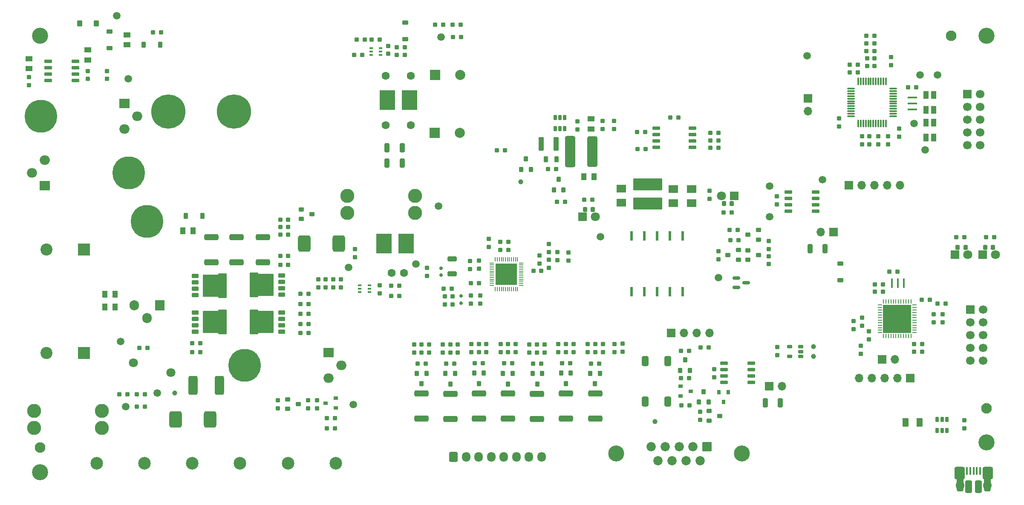
<source format=gts>
G04 #@! TF.GenerationSoftware,KiCad,Pcbnew,8.0.8*
G04 #@! TF.CreationDate,2025-02-25T18:25:39+01:00*
G04 #@! TF.ProjectId,EPS,4550532e-6b69-4636-9164-5f7063625858,rev?*
G04 #@! TF.SameCoordinates,Original*
G04 #@! TF.FileFunction,Soldermask,Top*
G04 #@! TF.FilePolarity,Negative*
%FSLAX46Y46*%
G04 Gerber Fmt 4.6, Leading zero omitted, Abs format (unit mm)*
G04 Created by KiCad (PCBNEW 8.0.8) date 2025-02-25 18:25:39*
%MOMM*%
%LPD*%
G01*
G04 APERTURE LIST*
G04 Aperture macros list*
%AMRoundRect*
0 Rectangle with rounded corners*
0 $1 Rounding radius*
0 $2 $3 $4 $5 $6 $7 $8 $9 X,Y pos of 4 corners*
0 Add a 4 corners polygon primitive as box body*
4,1,4,$2,$3,$4,$5,$6,$7,$8,$9,$2,$3,0*
0 Add four circle primitives for the rounded corners*
1,1,$1+$1,$2,$3*
1,1,$1+$1,$4,$5*
1,1,$1+$1,$6,$7*
1,1,$1+$1,$8,$9*
0 Add four rect primitives between the rounded corners*
20,1,$1+$1,$2,$3,$4,$5,0*
20,1,$1+$1,$4,$5,$6,$7,0*
20,1,$1+$1,$6,$7,$8,$9,0*
20,1,$1+$1,$8,$9,$2,$3,0*%
G04 Aperture macros list end*
%ADD10RoundRect,0.160000X0.240000X0.290000X-0.240000X0.290000X-0.240000X-0.290000X0.240000X-0.290000X0*%
%ADD11R,0.609600X1.981200*%
%ADD12RoundRect,0.160000X-0.240000X-0.290000X0.240000X-0.290000X0.240000X0.290000X-0.240000X0.290000X0*%
%ADD13RoundRect,0.225000X-0.375000X0.225000X-0.375000X-0.225000X0.375000X-0.225000X0.375000X0.225000X0*%
%ADD14RoundRect,0.240000X1.160000X-0.360000X1.160000X0.360000X-1.160000X0.360000X-1.160000X-0.360000X0*%
%ADD15RoundRect,0.180000X-0.270000X0.320000X-0.270000X-0.320000X0.270000X-0.320000X0.270000X0.320000X0*%
%ADD16RoundRect,0.160000X-0.290000X0.240000X-0.290000X-0.240000X0.290000X-0.240000X0.290000X0.240000X0*%
%ADD17RoundRect,0.220000X-0.480000X0.330000X-0.480000X-0.330000X0.480000X-0.330000X0.480000X0.330000X0*%
%ADD18C,1.500000*%
%ADD19RoundRect,0.102000X2.750000X-1.075000X2.750000X1.075000X-2.750000X1.075000X-2.750000X-1.075000X0*%
%ADD20RoundRect,0.160000X0.290000X-0.240000X0.290000X0.240000X-0.290000X0.240000X-0.290000X-0.240000X0*%
%ADD21RoundRect,0.120000X-0.680000X-0.180000X0.680000X-0.180000X0.680000X0.180000X-0.680000X0.180000X0*%
%ADD22RoundRect,0.080000X-0.870000X0.120000X-0.870000X-0.120000X0.870000X-0.120000X0.870000X0.120000X0*%
%ADD23RoundRect,0.180000X-0.320000X-0.270000X0.320000X-0.270000X0.320000X0.270000X-0.320000X0.270000X0*%
%ADD24R,1.100000X1.500000*%
%ADD25C,1.000000*%
%ADD26RoundRect,0.075000X-0.575000X0.350000X-0.575000X-0.350000X0.575000X-0.350000X0.575000X0.350000X0*%
%ADD27RoundRect,0.075000X-1.550000X2.100000X-1.550000X-2.100000X1.550000X-2.100000X1.550000X2.100000X0*%
%ADD28RoundRect,0.075000X-0.775000X2.350000X-0.775000X-2.350000X0.775000X-2.350000X0.775000X2.350000X0*%
%ADD29R,4.300000X4.300000*%
%ADD30RoundRect,0.050000X0.350000X-0.050000X0.350000X0.050000X-0.350000X0.050000X-0.350000X-0.050000X0*%
%ADD31RoundRect,0.050000X0.050000X-0.350000X0.050000X0.350000X-0.050000X0.350000X-0.050000X-0.350000X0*%
%ADD32RoundRect,0.075000X0.575000X-0.350000X0.575000X0.350000X-0.575000X0.350000X-0.575000X-0.350000X0*%
%ADD33RoundRect,0.075000X1.550000X-2.100000X1.550000X2.100000X-1.550000X2.100000X-1.550000X-2.100000X0*%
%ADD34RoundRect,0.075000X0.775000X-2.350000X0.775000X2.350000X-0.775000X2.350000X-0.775000X-2.350000X0*%
%ADD35RoundRect,0.180000X0.270000X-0.320000X0.270000X0.320000X-0.270000X0.320000X-0.270000X-0.320000X0*%
%ADD36C,2.100000*%
%ADD37R,1.700000X1.700000*%
%ADD38O,1.700000X1.700000*%
%ADD39RoundRect,0.180000X0.320000X0.270000X-0.320000X0.270000X-0.320000X-0.270000X0.320000X-0.270000X0*%
%ADD40C,6.800000*%
%ADD41RoundRect,0.075000X0.662500X0.075000X-0.662500X0.075000X-0.662500X-0.075000X0.662500X-0.075000X0*%
%ADD42RoundRect,0.075000X0.075000X0.662500X-0.075000X0.662500X-0.075000X-0.662500X0.075000X-0.662500X0*%
%ADD43C,3.200000*%
%ADD44C,2.800000*%
%ADD45C,1.800000*%
%ADD46RoundRect,0.218750X-0.218750X-0.256250X0.218750X-0.256250X0.218750X0.256250X-0.218750X0.256250X0*%
%ADD47R,1.800000X1.800000*%
%ADD48RoundRect,0.100000X0.225000X0.100000X-0.225000X0.100000X-0.225000X-0.100000X0.225000X-0.100000X0*%
%ADD49RoundRect,0.080000X-0.120000X-0.870000X0.120000X-0.870000X0.120000X0.870000X-0.120000X0.870000X0*%
%ADD50C,2.500000*%
%ADD51RoundRect,0.420000X-0.630000X-2.680000X0.630000X-2.680000X0.630000X2.680000X-0.630000X2.680000X0*%
%ADD52RoundRect,0.420000X-0.630000X-2.630000X0.630000X-2.630000X0.630000X2.630000X-0.630000X2.630000X0*%
%ADD53O,2.000000X1.905000*%
%ADD54R,2.000000X1.905000*%
%ADD55O,6.500000X6.500000*%
%ADD56R,1.949996X1.605597*%
%ADD57RoundRect,0.130000X-0.195000X0.420000X-0.195000X-0.420000X0.195000X-0.420000X0.195000X0.420000X0*%
%ADD58C,1.600000*%
%ADD59RoundRect,0.240000X-1.160000X0.360000X-1.160000X-0.360000X1.160000X-0.360000X1.160000X0.360000X0*%
%ADD60RoundRect,0.225000X0.225000X0.375000X-0.225000X0.375000X-0.225000X-0.375000X0.225000X-0.375000X0*%
%ADD61C,2.400000*%
%ADD62R,2.400000X2.400000*%
%ADD63RoundRect,0.150000X-0.650000X-0.150000X0.650000X-0.150000X0.650000X0.150000X-0.650000X0.150000X0*%
%ADD64RoundRect,0.260000X-0.390000X0.740000X-0.390000X-0.740000X0.390000X-0.740000X0.390000X0.740000X0*%
%ADD65RoundRect,0.130000X0.420000X0.195000X-0.420000X0.195000X-0.420000X-0.195000X0.420000X-0.195000X0*%
%ADD66RoundRect,0.218750X-0.218750X-0.381250X0.218750X-0.381250X0.218750X0.381250X-0.218750X0.381250X0*%
%ADD67RoundRect,0.220000X0.480000X-0.330000X0.480000X0.330000X-0.480000X0.330000X-0.480000X-0.330000X0*%
%ADD68R,5.600000X5.600000*%
%ADD69RoundRect,0.062500X-0.375000X0.062500X-0.375000X-0.062500X0.375000X-0.062500X0.375000X0.062500X0*%
%ADD70RoundRect,0.062500X-0.062500X0.375000X-0.062500X-0.375000X0.062500X-0.375000X0.062500X0.375000X0*%
%ADD71RoundRect,0.250000X0.375000X0.625000X-0.375000X0.625000X-0.375000X-0.625000X0.375000X-0.625000X0*%
%ADD72R,3.100000X4.000000*%
%ADD73O,1.905000X2.000000*%
%ADD74R,1.905000X2.000000*%
%ADD75RoundRect,0.100000X-0.225000X-0.100000X0.225000X-0.100000X0.225000X0.100000X-0.225000X0.100000X0*%
%ADD76R,0.900000X0.800000*%
%ADD77RoundRect,0.150000X-0.587500X-0.150000X0.587500X-0.150000X0.587500X0.150000X-0.587500X0.150000X0*%
%ADD78C,1.700000*%
%ADD79RoundRect,0.200000X0.300000X0.700000X-0.300000X0.700000X-0.300000X-0.700000X0.300000X-0.700000X0*%
%ADD80RoundRect,0.220000X0.330000X0.480000X-0.330000X0.480000X-0.330000X-0.480000X0.330000X-0.480000X0*%
%ADD81RoundRect,0.360000X0.540000X1.540000X-0.540000X1.540000X-0.540000X-1.540000X0.540000X-1.540000X0*%
%ADD82RoundRect,0.200000X-0.300000X-0.700000X0.300000X-0.700000X0.300000X0.700000X-0.300000X0.700000X0*%
%ADD83RoundRect,0.218750X0.218750X0.256250X-0.218750X0.256250X-0.218750X-0.256250X0.218750X-0.256250X0*%
%ADD84RoundRect,0.250000X-0.600000X-0.725000X0.600000X-0.725000X0.600000X0.725000X-0.600000X0.725000X0*%
%ADD85O,1.700000X1.950000*%
%ADD86C,3.180000*%
%ADD87RoundRect,0.102000X-0.817500X-0.817500X0.817500X-0.817500X0.817500X0.817500X-0.817500X0.817500X0*%
%ADD88C,1.839000*%
%ADD89R,0.400000X1.650000*%
%ADD90RoundRect,0.420000X-0.630000X-0.830000X0.630000X-0.830000X0.630000X0.830000X-0.630000X0.830000X0*%
%ADD91O,1.800000X1.800000*%
%ADD92RoundRect,0.260000X0.390000X-1.265000X0.390000X1.265000X-0.390000X1.265000X-0.390000X-1.265000X0*%
%ADD93C,1.100000*%
%ADD94RoundRect,0.357500X0.357500X-0.892500X0.357500X0.892500X-0.357500X0.892500X-0.357500X-0.892500X0*%
%ADD95RoundRect,0.200000X0.300000X0.400000X-0.300000X0.400000X-0.300000X-0.400000X0.300000X-0.400000X0*%
%ADD96RoundRect,0.225000X0.375000X-0.225000X0.375000X0.225000X-0.375000X0.225000X-0.375000X-0.225000X0*%
%ADD97RoundRect,0.225000X-0.225000X-0.375000X0.225000X-0.375000X0.225000X0.375000X-0.225000X0.375000X0*%
%ADD98RoundRect,0.500000X0.750000X-1.150000X0.750000X1.150000X-0.750000X1.150000X-0.750000X-1.150000X0*%
%ADD99RoundRect,0.130000X0.195000X-0.420000X0.195000X0.420000X-0.195000X0.420000X-0.195000X-0.420000X0*%
%ADD100R,0.800000X0.900000*%
%ADD101RoundRect,0.150000X-0.200000X0.150000X-0.200000X-0.150000X0.200000X-0.150000X0.200000X0.150000X0*%
%ADD102R,2.000000X2.000000*%
%ADD103C,2.000000*%
%ADD104RoundRect,0.220000X-0.330000X-0.480000X0.330000X-0.480000X0.330000X0.480000X-0.330000X0.480000X0*%
%ADD105RoundRect,0.220000X0.330000X1.130000X-0.330000X1.130000X-0.330000X-1.130000X0.330000X-1.130000X0*%
%ADD106RoundRect,0.200000X0.700000X-0.300000X0.700000X0.300000X-0.700000X0.300000X-0.700000X-0.300000X0*%
G04 APERTURE END LIST*
D10*
X112250000Y-103150000D03*
X113850000Y-103150000D03*
D11*
X170160000Y-102325000D03*
X167620000Y-102325000D03*
X165080000Y-102325000D03*
X162540000Y-102325000D03*
X160000000Y-102325000D03*
X160000000Y-91250600D03*
X162540000Y-91250600D03*
X165080000Y-91250600D03*
X167620000Y-91250600D03*
X170160000Y-91250600D03*
D12*
X153550000Y-116625000D03*
X151950000Y-116625000D03*
X63815280Y-113510000D03*
X62215280Y-113510000D03*
D13*
X201480000Y-100040000D03*
X201480000Y-96740000D03*
D14*
X118300000Y-122610000D03*
X118300000Y-127610000D03*
D15*
X118300000Y-120660000D03*
X117350000Y-118560000D03*
X119250000Y-118560000D03*
D16*
X141725000Y-96725000D03*
X141725000Y-95125000D03*
D17*
X59750000Y-53250000D03*
X59750000Y-51250000D03*
D10*
X117500000Y-116610000D03*
X119100000Y-116610000D03*
D18*
X177250000Y-99575000D03*
D10*
X230490000Y-91500000D03*
X232090000Y-91500000D03*
D19*
X163225000Y-81000000D03*
X163225000Y-84850000D03*
D20*
X188870000Y-83370000D03*
X188870000Y-84970000D03*
D10*
X146810000Y-84500000D03*
X145210000Y-84500000D03*
D21*
X191180000Y-82515000D03*
X191180000Y-83785000D03*
X191180000Y-85055000D03*
X191180000Y-86325000D03*
X196580000Y-86325000D03*
X196580000Y-85055000D03*
X196580000Y-83785000D03*
X196580000Y-82515000D03*
D22*
X215790000Y-63710000D03*
X215790000Y-64910000D03*
X215790000Y-66110000D03*
D12*
X177300000Y-70750000D03*
X175700000Y-70750000D03*
D10*
X216150000Y-114275000D03*
X217750000Y-114275000D03*
D20*
X119400000Y-97620000D03*
X119400000Y-99220000D03*
X89750000Y-123900000D03*
X89750000Y-125500000D03*
D18*
X60000000Y-60000000D03*
X217290000Y-59210000D03*
D12*
X179920000Y-86635000D03*
X178320000Y-86635000D03*
D16*
X131650000Y-93470000D03*
X131650000Y-91870000D03*
D20*
X206790000Y-55910000D03*
X206790000Y-57510000D03*
D23*
X91700000Y-123750000D03*
X91700000Y-125650000D03*
X93800000Y-124700000D03*
D24*
X220040000Y-71710000D03*
X220040000Y-68710000D03*
X218540000Y-68710000D03*
X218540000Y-71710000D03*
D25*
X196180000Y-113250000D03*
D20*
X127950000Y-96225000D03*
X127950000Y-97825000D03*
X135475000Y-112785000D03*
X135475000Y-114385000D03*
X152800000Y-112750000D03*
X152800000Y-114350000D03*
D15*
X135425000Y-120685000D03*
X134475000Y-118585000D03*
X136375000Y-118585000D03*
D20*
X129675000Y-112785000D03*
X129675000Y-114385000D03*
D12*
X208275000Y-52975000D03*
X206675000Y-52975000D03*
D16*
X116800000Y-114410000D03*
X116800000Y-112810000D03*
D12*
X162800000Y-74000000D03*
X161200000Y-74000000D03*
D26*
X73275000Y-101760000D03*
X73275000Y-100490000D03*
X73275000Y-99220000D03*
X73275000Y-103030000D03*
D27*
X76450000Y-101125000D03*
D28*
X78750000Y-101125000D03*
D25*
X164700000Y-128160000D03*
D12*
X63315280Y-122710000D03*
X61715280Y-122710000D03*
X204950000Y-58700000D03*
X203350000Y-58700000D03*
D16*
X188980000Y-114950000D03*
X188980000Y-113350000D03*
X154325000Y-114350000D03*
X154325000Y-112750000D03*
D18*
X104750000Y-124750000D03*
D29*
X135150000Y-98850000D03*
D30*
X132200000Y-101050000D03*
X132200000Y-100650000D03*
X132200000Y-100250000D03*
X132200000Y-99850000D03*
X132200000Y-99450000D03*
X132200000Y-99050000D03*
X132200000Y-98650000D03*
X132200000Y-98250000D03*
X132200000Y-97850000D03*
X132200000Y-97450000D03*
X132200000Y-97050000D03*
X132200000Y-96650000D03*
D31*
X132950000Y-95900000D03*
X133350000Y-95900000D03*
X133750000Y-95900000D03*
X134150000Y-95900000D03*
X134550000Y-95900000D03*
X134950000Y-95900000D03*
X135350000Y-95900000D03*
X135750000Y-95900000D03*
X136150000Y-95900000D03*
X136550000Y-95900000D03*
X136950000Y-95900000D03*
X137350000Y-95900000D03*
D30*
X138100000Y-96650000D03*
X138100000Y-97050000D03*
X138100000Y-97450000D03*
X138100000Y-97850000D03*
X138100000Y-98250000D03*
X138100000Y-98650000D03*
X138100000Y-99050000D03*
X138100000Y-99450000D03*
X138100000Y-99850000D03*
X138100000Y-100250000D03*
X138100000Y-100650000D03*
X138100000Y-101050000D03*
D31*
X137350000Y-101800000D03*
X136950000Y-101800000D03*
X136550000Y-101800000D03*
X136150000Y-101800000D03*
X135750000Y-101800000D03*
X135350000Y-101800000D03*
X134950000Y-101800000D03*
X134550000Y-101800000D03*
X134150000Y-101800000D03*
X133750000Y-101800000D03*
X133350000Y-101800000D03*
X132950000Y-101800000D03*
D16*
X97750000Y-101500000D03*
X97750000Y-99900000D03*
D10*
X220790000Y-104710000D03*
X222390000Y-104710000D03*
D25*
X138010000Y-80500000D03*
D20*
X105050000Y-93850000D03*
X105050000Y-95450000D03*
D10*
X175700000Y-72250000D03*
X177300000Y-72250000D03*
D26*
X73275000Y-109010000D03*
X73275000Y-107740000D03*
X73275000Y-106470000D03*
X73275000Y-110280000D03*
D27*
X76450000Y-108375000D03*
D28*
X78750000Y-108375000D03*
D32*
X90475000Y-100390000D03*
X90475000Y-101660000D03*
X90475000Y-102930000D03*
X90475000Y-99120000D03*
D33*
X87300000Y-101025000D03*
D34*
X85000000Y-101025000D03*
D18*
X218350000Y-74150000D03*
D35*
X170650000Y-115880000D03*
X171600000Y-117980000D03*
X169700000Y-117980000D03*
D36*
X42500000Y-133300000D03*
D20*
X102250000Y-99900000D03*
X102250000Y-101500000D03*
D37*
X203210000Y-81210000D03*
D38*
X205750000Y-81210000D03*
X208290000Y-81210000D03*
X210830000Y-81210000D03*
X213370000Y-81210000D03*
D16*
X128125000Y-104700000D03*
X128125000Y-103100000D03*
D20*
X226150000Y-127950000D03*
X226150000Y-129550000D03*
D10*
X105367677Y-52250000D03*
X106967677Y-52250000D03*
D39*
X179150000Y-95025000D03*
X181250000Y-94075000D03*
X181250000Y-95975000D03*
D40*
X68000000Y-66500000D03*
X81000000Y-66500000D03*
D20*
X141225000Y-112835000D03*
X141225000Y-114435000D03*
X201200000Y-67880000D03*
X201200000Y-69480000D03*
D41*
X211952500Y-67460000D03*
X211952500Y-66960000D03*
X211952500Y-66460000D03*
X211952500Y-65960000D03*
X211952500Y-65460000D03*
X211952500Y-64960000D03*
X211952500Y-64460000D03*
X211952500Y-63960000D03*
X211952500Y-63460000D03*
X211952500Y-62960000D03*
X211952500Y-62460000D03*
X211952500Y-61960000D03*
D42*
X210540000Y-60547500D03*
X210040000Y-60547500D03*
X209540000Y-60547500D03*
X209040000Y-60547500D03*
X208540000Y-60547500D03*
X208040000Y-60547500D03*
X207540000Y-60547500D03*
X207040000Y-60547500D03*
X206540000Y-60547500D03*
X206040000Y-60547500D03*
X205540000Y-60547500D03*
X205040000Y-60547500D03*
D41*
X203627500Y-61960000D03*
X203627500Y-62460000D03*
X203627500Y-62960000D03*
X203627500Y-63460000D03*
X203627500Y-63960000D03*
X203627500Y-64460000D03*
X203627500Y-64960000D03*
X203627500Y-65460000D03*
X203627500Y-65960000D03*
X203627500Y-66460000D03*
X203627500Y-66960000D03*
X203627500Y-67460000D03*
D42*
X205040000Y-68872500D03*
X205540000Y-68872500D03*
X206040000Y-68872500D03*
X206540000Y-68872500D03*
X207040000Y-68872500D03*
X207540000Y-68872500D03*
X208040000Y-68872500D03*
X208540000Y-68872500D03*
X209040000Y-68872500D03*
X209540000Y-68872500D03*
X210040000Y-68872500D03*
X210540000Y-68872500D03*
D18*
X58515280Y-112210000D03*
D20*
X208290000Y-55910000D03*
X208290000Y-57510000D03*
D16*
X124450000Y-104850000D03*
X124450000Y-103250000D03*
D43*
X42500000Y-138250000D03*
D20*
X221775000Y-108400000D03*
X221775000Y-106800000D03*
D44*
X103515000Y-83300000D03*
X103515000Y-86700000D03*
X116985000Y-83300000D03*
X116985000Y-86700000D03*
D45*
X152780000Y-87475000D03*
D46*
X152327500Y-85975000D03*
X150752500Y-85975000D03*
D47*
X150240000Y-87475000D03*
D48*
X106010000Y-102410000D03*
X106010000Y-101760000D03*
X106010000Y-101110000D03*
X107910000Y-101110000D03*
X107910000Y-101760000D03*
X107910000Y-102410000D03*
D25*
X69250000Y-122500000D03*
D10*
X169950000Y-124980000D03*
X171550000Y-124980000D03*
D18*
X65750000Y-122500000D03*
D16*
X100750000Y-101500000D03*
X100750000Y-99900000D03*
D25*
X196180000Y-115250000D03*
D16*
X145275000Y-96050000D03*
X145275000Y-94450000D03*
D12*
X219300000Y-103975000D03*
X217700000Y-103975000D03*
D20*
X176425000Y-117725000D03*
X176425000Y-119325000D03*
X55750000Y-58450000D03*
X55750000Y-60050000D03*
D12*
X171430000Y-114120000D03*
X169830000Y-114120000D03*
D16*
X133975000Y-114385000D03*
X133975000Y-112785000D03*
D15*
X129675000Y-120635000D03*
X128725000Y-118535000D03*
X130625000Y-118535000D03*
D20*
X175500000Y-82307998D03*
X175500000Y-83907998D03*
D12*
X130475000Y-116585000D03*
X128875000Y-116585000D03*
D20*
X129700000Y-96200000D03*
X129700000Y-97800000D03*
X209000000Y-71450000D03*
X209000000Y-73050000D03*
D49*
X211750000Y-100675000D03*
X212950000Y-100675000D03*
X214150000Y-100675000D03*
D50*
X72725000Y-136500000D03*
X82225000Y-136500000D03*
D16*
X156500000Y-70000000D03*
X156500000Y-68400000D03*
D51*
X147850000Y-74500000D03*
D52*
X152250000Y-74500000D03*
D12*
X162700000Y-70615000D03*
X161100000Y-70615000D03*
D16*
X136975000Y-114385000D03*
X136975000Y-112785000D03*
D18*
X122167677Y-51750000D03*
D10*
X64900000Y-50750000D03*
X66500000Y-50750000D03*
D12*
X142025000Y-116635000D03*
X140425000Y-116635000D03*
D10*
X94200000Y-102775000D03*
X95800000Y-102775000D03*
D16*
X211600000Y-57300000D03*
X211600000Y-55700000D03*
D20*
X211000000Y-71450000D03*
X211000000Y-73050000D03*
D53*
X59287500Y-70040000D03*
X61827500Y-67500000D03*
D54*
X59287500Y-64960000D03*
D55*
X42627500Y-67500000D03*
D10*
X94200000Y-110525000D03*
X95800000Y-110525000D03*
D20*
X143575000Y-95975000D03*
X143575000Y-97575000D03*
D56*
X168305198Y-81944404D03*
X168305198Y-84750000D03*
D15*
X141275000Y-120735000D03*
X140325000Y-118635000D03*
X142225000Y-118635000D03*
D20*
X95750000Y-123900000D03*
X95750000Y-125500000D03*
D12*
X175340000Y-113460000D03*
X173740000Y-113460000D03*
D10*
X94200000Y-106775000D03*
X95800000Y-106775000D03*
D21*
X178390000Y-116595000D03*
X178390000Y-117865000D03*
X178390000Y-119135000D03*
X178390000Y-120405000D03*
X183790000Y-120405000D03*
X183790000Y-119135000D03*
X183790000Y-117865000D03*
X183790000Y-116595000D03*
D10*
X72700000Y-112625000D03*
X74300000Y-112625000D03*
D16*
X119800000Y-114410000D03*
X119800000Y-112810000D03*
X110010000Y-102710000D03*
X110010000Y-101110000D03*
D12*
X101050000Y-127500000D03*
X99450000Y-127500000D03*
D57*
X146750000Y-67750000D03*
X145800000Y-67750000D03*
X144850000Y-67750000D03*
X144850000Y-69950000D03*
X145800000Y-69950000D03*
X146750000Y-69950000D03*
D20*
X143575000Y-94500000D03*
X143575000Y-92900000D03*
D16*
X207290000Y-73010000D03*
X207290000Y-71410000D03*
D37*
X215365000Y-119500000D03*
D38*
X212825000Y-119500000D03*
X210285000Y-119500000D03*
X207745000Y-119500000D03*
X205205000Y-119500000D03*
D12*
X147775000Y-116585000D03*
X146175000Y-116585000D03*
D43*
X230500000Y-51500000D03*
D20*
X158225000Y-112700000D03*
X158225000Y-114300000D03*
D12*
X91800000Y-89500000D03*
X90200000Y-89500000D03*
X208275000Y-54475000D03*
X206675000Y-54475000D03*
D16*
X213150000Y-71525000D03*
X213150000Y-69925000D03*
D18*
X59515280Y-125210000D03*
D12*
X171410000Y-119490000D03*
X169810000Y-119490000D03*
D10*
X216125000Y-112775000D03*
X217725000Y-112775000D03*
D58*
X112300000Y-98650000D03*
X114800000Y-98650000D03*
D59*
X129675000Y-127585000D03*
X129675000Y-122585000D03*
D16*
X151250000Y-114350000D03*
X151250000Y-112750000D03*
D20*
X205590000Y-113120000D03*
X205590000Y-114720000D03*
D36*
X230500000Y-125500000D03*
D13*
X115075000Y-52175000D03*
X115075000Y-48875000D03*
D59*
X141225000Y-127635000D03*
X141225000Y-122635000D03*
D10*
X150620000Y-84060000D03*
X152220000Y-84060000D03*
D18*
X57750000Y-47500000D03*
D47*
X224290000Y-95000000D03*
D46*
X224802500Y-93500000D03*
X226377500Y-93500000D03*
D45*
X226830000Y-95000000D03*
D12*
X204950000Y-57200000D03*
X203350000Y-57200000D03*
X63315280Y-125210000D03*
X61715280Y-125210000D03*
D20*
X118300000Y-112810000D03*
X118300000Y-114410000D03*
D18*
X197950000Y-80040000D03*
D16*
X145475000Y-114385000D03*
X145475000Y-112785000D03*
D18*
X187470000Y-81370000D03*
D60*
X63050000Y-53250000D03*
X66350000Y-53250000D03*
D14*
X124000000Y-122635000D03*
X124000000Y-127635000D03*
D18*
X103750000Y-97500000D03*
D15*
X124000000Y-120685000D03*
X123050000Y-118585000D03*
X124950000Y-118585000D03*
D12*
X95800000Y-108775000D03*
X94200000Y-108775000D03*
D39*
X183150000Y-91025000D03*
X185250000Y-90075000D03*
X185250000Y-91975000D03*
D12*
X136275000Y-116585000D03*
X134675000Y-116585000D03*
D18*
X220790000Y-59210000D03*
D16*
X131175000Y-114385000D03*
X131175000Y-112785000D03*
D61*
X43727780Y-114500000D03*
D62*
X51227780Y-114500000D03*
D21*
X49500000Y-56500000D03*
X49500000Y-57770000D03*
X49500000Y-59040000D03*
X49500000Y-60310000D03*
X44100000Y-60310000D03*
X44100000Y-59040000D03*
X44100000Y-57770000D03*
X44100000Y-56500000D03*
D12*
X122577677Y-49250000D03*
X120977677Y-49250000D03*
D18*
X117175000Y-96825000D03*
D16*
X205790000Y-73010000D03*
X205790000Y-71410000D03*
D12*
X169300000Y-67750000D03*
X167700000Y-67750000D03*
D18*
X121625000Y-85300000D03*
D63*
X164900000Y-69845000D03*
X164900000Y-71115000D03*
X164900000Y-72385000D03*
X164900000Y-73655000D03*
X172100000Y-73655000D03*
X172100000Y-72385000D03*
X172100000Y-71115000D03*
X172100000Y-69845000D03*
D64*
X167200000Y-116170000D03*
X167200000Y-124170000D03*
X162700000Y-116170000D03*
X162700000Y-124170000D03*
D16*
X139725000Y-114435000D03*
X139725000Y-112835000D03*
D10*
X123200000Y-116635000D03*
X124800000Y-116635000D03*
D65*
X193580000Y-115200000D03*
X193580000Y-114250000D03*
X193580000Y-113300000D03*
X191380000Y-113300000D03*
X191380000Y-115200000D03*
D16*
X142725000Y-114435000D03*
X142725000Y-112835000D03*
D12*
X74300000Y-114375000D03*
X72700000Y-114375000D03*
D20*
X124000000Y-112835000D03*
X124000000Y-114435000D03*
D12*
X208275000Y-51475000D03*
X206675000Y-51475000D03*
X91800000Y-95250000D03*
X90200000Y-95250000D03*
X59815280Y-122710000D03*
X58215280Y-122710000D03*
D15*
X152750000Y-120660000D03*
X151800000Y-118560000D03*
X153700000Y-118560000D03*
D16*
X122500000Y-114435000D03*
X122500000Y-112835000D03*
X148475000Y-114385000D03*
X148475000Y-112785000D03*
D59*
X146975000Y-127585000D03*
X146975000Y-122585000D03*
D44*
X54750000Y-129420000D03*
X54750000Y-126020000D03*
X41280000Y-129420000D03*
X41280000Y-126020000D03*
D66*
X145112500Y-76000000D03*
X142987500Y-76000000D03*
D18*
X194900000Y-55420000D03*
D20*
X220050000Y-108400000D03*
X220050000Y-106800000D03*
X122950000Y-103250000D03*
X122950000Y-104850000D03*
D12*
X95800000Y-104775000D03*
X94200000Y-104775000D03*
X135550000Y-94050000D03*
X133950000Y-94050000D03*
D18*
X216150000Y-68925000D03*
D67*
X152000000Y-68000000D03*
X152000000Y-70000000D03*
D20*
X154250000Y-68400000D03*
X154250000Y-70000000D03*
D18*
X187440000Y-87400000D03*
D12*
X142100000Y-98225000D03*
X140500000Y-98225000D03*
D68*
X212790000Y-107750000D03*
D69*
X216227500Y-105000000D03*
X216227500Y-105500000D03*
X216227500Y-106000000D03*
X216227500Y-106500000D03*
X216227500Y-107000000D03*
X216227500Y-107500000D03*
X216227500Y-108000000D03*
X216227500Y-108500000D03*
X216227500Y-109000000D03*
X216227500Y-109500000D03*
X216227500Y-110000000D03*
X216227500Y-110500000D03*
D70*
X215540000Y-111187500D03*
X215040000Y-111187500D03*
X214540000Y-111187500D03*
X214040000Y-111187500D03*
X213540000Y-111187500D03*
X213040000Y-111187500D03*
X212540000Y-111187500D03*
X212040000Y-111187500D03*
X211540000Y-111187500D03*
X211040000Y-111187500D03*
X210540000Y-111187500D03*
X210040000Y-111187500D03*
D69*
X209352500Y-110500000D03*
X209352500Y-110000000D03*
X209352500Y-109500000D03*
X209352500Y-109000000D03*
X209352500Y-108500000D03*
X209352500Y-108000000D03*
X209352500Y-107500000D03*
X209352500Y-107000000D03*
X209352500Y-106500000D03*
X209352500Y-106000000D03*
X209352500Y-105500000D03*
X209352500Y-105000000D03*
D70*
X210040000Y-104312500D03*
X210540000Y-104312500D03*
X211040000Y-104312500D03*
X211540000Y-104312500D03*
X212040000Y-104312500D03*
X212540000Y-104312500D03*
X213040000Y-104312500D03*
X213540000Y-104312500D03*
X214040000Y-104312500D03*
X214540000Y-104312500D03*
X215040000Y-104312500D03*
X215540000Y-104312500D03*
D12*
X126077677Y-49250000D03*
X124477677Y-49250000D03*
D20*
X187250000Y-95275000D03*
X187250000Y-96875000D03*
D12*
X135500000Y-92475000D03*
X133900000Y-92475000D03*
D53*
X43462500Y-76210000D03*
X40922500Y-78750000D03*
D54*
X43462500Y-81290000D03*
D55*
X60122500Y-78750000D03*
D58*
X116132677Y-59450000D03*
X111132677Y-59450000D03*
D10*
X175700000Y-73750000D03*
X177300000Y-73750000D03*
X90200000Y-88000000D03*
X91800000Y-88000000D03*
D71*
X217230000Y-128340000D03*
X214430000Y-128340000D03*
D45*
X61015280Y-116510000D03*
X68515280Y-118410000D03*
D16*
X156650000Y-114325000D03*
X156650000Y-112725000D03*
D12*
X209975000Y-100875000D03*
X208375000Y-100875000D03*
D59*
X135475000Y-127585000D03*
X135475000Y-122585000D03*
D12*
X216590000Y-61710000D03*
X214990000Y-61710000D03*
D36*
X223500000Y-51500000D03*
D72*
X111467677Y-64250000D03*
X115867677Y-64250000D03*
D12*
X209950000Y-102350000D03*
X208350000Y-102350000D03*
X212825000Y-98350000D03*
X211225000Y-98350000D03*
D10*
X99450000Y-129500000D03*
X101050000Y-129500000D03*
D20*
X204100000Y-108175000D03*
X204100000Y-109775000D03*
D43*
X230500000Y-132290000D03*
D20*
X146975000Y-112785000D03*
X146975000Y-114385000D03*
D12*
X91800000Y-97000000D03*
X90200000Y-97000000D03*
D15*
X146975000Y-120635000D03*
X146025000Y-118535000D03*
X147925000Y-118535000D03*
D10*
X122650000Y-101750000D03*
X124250000Y-101750000D03*
D16*
X128175000Y-114385000D03*
X128175000Y-112785000D03*
X125500000Y-114435000D03*
X125500000Y-112835000D03*
D20*
X207200000Y-110250000D03*
X207200000Y-111850000D03*
D73*
X61210000Y-105037500D03*
X63750000Y-107577500D03*
D74*
X66290000Y-105037500D03*
D55*
X63750000Y-88377500D03*
D16*
X147450000Y-96125000D03*
X147450000Y-94525000D03*
D75*
X110167677Y-53950000D03*
X110167677Y-54600000D03*
X110167677Y-55250000D03*
X108267677Y-55250000D03*
X108267677Y-54600000D03*
X108267677Y-53950000D03*
D47*
X229750000Y-95000000D03*
D46*
X230262500Y-93500000D03*
X231837500Y-93500000D03*
D45*
X232290000Y-95000000D03*
D43*
X42500000Y-51500000D03*
D18*
X153820000Y-91390000D03*
D10*
X181250000Y-92075000D03*
X179650000Y-92075000D03*
X181050000Y-90075000D03*
X179450000Y-90075000D03*
D37*
X187375000Y-121140000D03*
D38*
X189915000Y-121140000D03*
D76*
X101250000Y-123550000D03*
X99250000Y-124500000D03*
X101250000Y-125450000D03*
D37*
X209750000Y-115765000D03*
D38*
X212290000Y-115765000D03*
D77*
X180875000Y-99637500D03*
X180875000Y-101537500D03*
X182750000Y-100587500D03*
D20*
X173630000Y-127820000D03*
X173630000Y-126220000D03*
D55*
X83127500Y-117000000D03*
D54*
X99787500Y-114460000D03*
D53*
X102327500Y-117000000D03*
X99787500Y-119540000D03*
D37*
X200145000Y-90490000D03*
D38*
X197605000Y-90490000D03*
D56*
X158000000Y-84652798D03*
X158000000Y-81847202D03*
D23*
X183150000Y-94125000D03*
X183150000Y-96025000D03*
X185250000Y-95075000D03*
D16*
X187250000Y-92275000D03*
X187250000Y-93875000D03*
D37*
X226750000Y-63090000D03*
D78*
X229290000Y-63090000D03*
X226750000Y-65630000D03*
X229290000Y-65630000D03*
X226750000Y-68170000D03*
X229290000Y-68170000D03*
X226750000Y-70710000D03*
X229290000Y-70710000D03*
X226750000Y-73250000D03*
X229290000Y-73250000D03*
D37*
X195025000Y-63935000D03*
D38*
X195025000Y-66475000D03*
D20*
X99250000Y-101500000D03*
X99250000Y-99900000D03*
X97550000Y-125500000D03*
X97550000Y-123900000D03*
D72*
X110800000Y-92750000D03*
X115200000Y-92750000D03*
D17*
X52000000Y-54250000D03*
X52000000Y-56250000D03*
X40250000Y-56000000D03*
X40250000Y-58000000D03*
D79*
X114417677Y-76750000D03*
X111417677Y-76750000D03*
X114417677Y-73750000D03*
X111417677Y-73750000D03*
D80*
X72850000Y-90250000D03*
X70850000Y-90250000D03*
D10*
X109967677Y-52250000D03*
X108367677Y-52250000D03*
X114967677Y-53750000D03*
X113367677Y-53750000D03*
X114967677Y-55250000D03*
X113367677Y-55250000D03*
D12*
X90200000Y-91000000D03*
X91800000Y-91000000D03*
D59*
X86750000Y-91500000D03*
X86750000Y-96500000D03*
X81500000Y-91500000D03*
X81500000Y-96500000D03*
X76500000Y-91500000D03*
X76500000Y-96500000D03*
D12*
X128100000Y-100625000D03*
X129700000Y-100625000D03*
D81*
X78100000Y-121000000D03*
X72900000Y-121000000D03*
D12*
X133275000Y-74250000D03*
X134875000Y-74250000D03*
D79*
X189570000Y-124440000D03*
X186570000Y-124440000D03*
D10*
X226090000Y-91500000D03*
X224490000Y-91500000D03*
D20*
X205825000Y-109075000D03*
X205825000Y-107475000D03*
D59*
X152800000Y-122560000D03*
X152800000Y-127560000D03*
D82*
X195480000Y-93750000D03*
X198480000Y-93750000D03*
D23*
X94400000Y-86000000D03*
X94400000Y-87900000D03*
X96500000Y-86950000D03*
D34*
X85000000Y-108375000D03*
D33*
X87300000Y-108375000D03*
D32*
X90475000Y-106470000D03*
X90475000Y-110280000D03*
X90475000Y-109010000D03*
X90475000Y-107740000D03*
D23*
X175400000Y-126090000D03*
X175400000Y-127990000D03*
X177500000Y-127040000D03*
D47*
X180440000Y-83300000D03*
D83*
X179927500Y-84800000D03*
X178352500Y-84800000D03*
D45*
X177900000Y-83300000D03*
D24*
X220040000Y-63210000D03*
X220040000Y-66210000D03*
X218540000Y-66210000D03*
X218540000Y-63210000D03*
D50*
X91725000Y-136500000D03*
X101225000Y-136500000D03*
D84*
X124630000Y-135160000D03*
D85*
X127130000Y-135160000D03*
X129630000Y-135160000D03*
X132130000Y-135160000D03*
X134630000Y-135160000D03*
X137130000Y-135160000D03*
X139630000Y-135160000D03*
X142130000Y-135160000D03*
D50*
X53730000Y-136500000D03*
X63230000Y-136500000D03*
D86*
X156950000Y-134540000D03*
X181950000Y-134540000D03*
D87*
X174990000Y-133120000D03*
D88*
X172220000Y-133120000D03*
X169450000Y-133120000D03*
X166680000Y-133120000D03*
X163910000Y-133120000D03*
X173605000Y-135960000D03*
X170835000Y-135960000D03*
X168065000Y-135960000D03*
X165295000Y-135960000D03*
D37*
X167850000Y-110580000D03*
D38*
X170390000Y-110580000D03*
X172930000Y-110580000D03*
X175470000Y-110580000D03*
D89*
X226675000Y-138000000D03*
X227325000Y-138000000D03*
X227975000Y-138000000D03*
X228625000Y-138000000D03*
X229275000Y-138000000D03*
D90*
X225175000Y-138400000D03*
D91*
X225245000Y-140880000D03*
D92*
X225250000Y-140500000D03*
D93*
X225555000Y-137800000D03*
D94*
X227015000Y-141120000D03*
X228935000Y-141120000D03*
D93*
X230395000Y-137800000D03*
D92*
X230700000Y-140500000D03*
D91*
X230705000Y-140880000D03*
D90*
X230775000Y-138400000D03*
D37*
X227290000Y-105880000D03*
D78*
X229830000Y-105880000D03*
X227290000Y-108420000D03*
X229830000Y-108420000D03*
X227290000Y-110960000D03*
X229830000Y-110960000D03*
X227290000Y-113500000D03*
X229830000Y-113500000D03*
X227290000Y-116040000D03*
X229830000Y-116040000D03*
D95*
X53650000Y-49000000D03*
X50350000Y-49000000D03*
D96*
X56250000Y-53900000D03*
X56250000Y-50600000D03*
D97*
X71450000Y-87250000D03*
X74750000Y-87250000D03*
D35*
X138100000Y-78050000D03*
X140000000Y-78050000D03*
X139050000Y-75950000D03*
X144600000Y-82100000D03*
X146500000Y-82100000D03*
X145550000Y-80000000D03*
D98*
X95000000Y-92750000D03*
X101800000Y-92750000D03*
X69450000Y-127750000D03*
X76250000Y-127750000D03*
D99*
X220750000Y-129950000D03*
X221700000Y-129950000D03*
X222650000Y-129950000D03*
X222650000Y-127750000D03*
X221700000Y-127750000D03*
X220750000Y-127750000D03*
D100*
X177350000Y-122300000D03*
X178300000Y-124300000D03*
X179250000Y-122300000D03*
D76*
X169760000Y-123070000D03*
X171760000Y-122120000D03*
X169760000Y-121170000D03*
D101*
X122150000Y-99050000D03*
X122150000Y-97650000D03*
X126150000Y-104620000D03*
X126150000Y-103220000D03*
D35*
X173400000Y-124300000D03*
X175300000Y-124300000D03*
X174350000Y-122200000D03*
D56*
X171915594Y-84750000D03*
X171915594Y-81944404D03*
D20*
X177250000Y-95875000D03*
X177250000Y-94275000D03*
D12*
X112250000Y-101150000D03*
X113850000Y-101150000D03*
D102*
X121000000Y-59250000D03*
D103*
X126000000Y-59250000D03*
D16*
X52000000Y-58450000D03*
X52000000Y-60050000D03*
D102*
X120867677Y-70750000D03*
D103*
X125867677Y-70750000D03*
D58*
X111167677Y-69250000D03*
X116167677Y-69250000D03*
D16*
X40250000Y-59700000D03*
X40250000Y-61300000D03*
D104*
X55370000Y-105390000D03*
X57370000Y-105390000D03*
D10*
X106467677Y-55250000D03*
X104867677Y-55250000D03*
D104*
X55370000Y-102890000D03*
X57370000Y-102890000D03*
D20*
X111667677Y-55050000D03*
X111667677Y-53450000D03*
D62*
X51227780Y-94000000D03*
D61*
X43727780Y-94000000D03*
D12*
X124567677Y-51750000D03*
X126167677Y-51750000D03*
D80*
X152550000Y-79500000D03*
X150550000Y-79500000D03*
D16*
X149250000Y-68450000D03*
X149250000Y-70050000D03*
D105*
X145050000Y-73000000D03*
X142050000Y-73000000D03*
D12*
X143450000Y-78000000D03*
X145050000Y-78000000D03*
D106*
X124325000Y-98825000D03*
X124325000Y-95825000D03*
D20*
X129950000Y-104675000D03*
X129950000Y-103075000D03*
M02*

</source>
